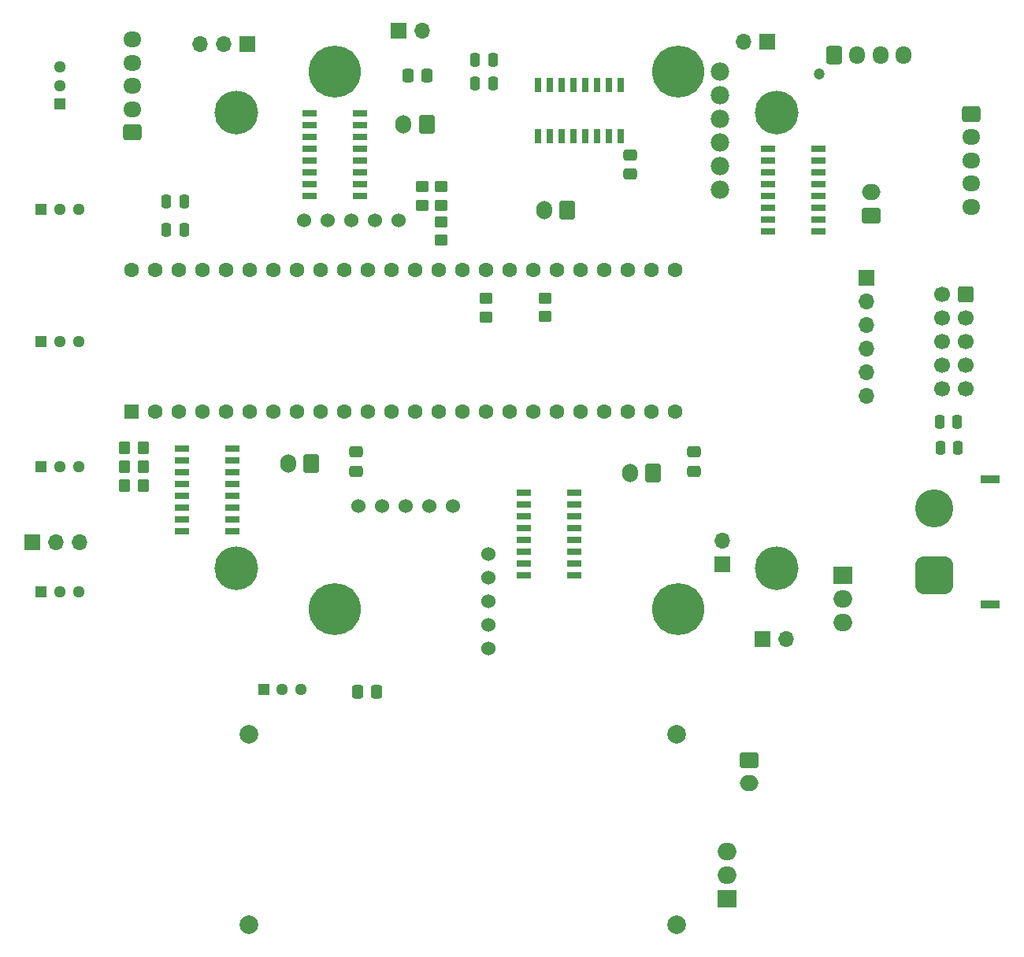
<source format=gbr>
%TF.GenerationSoftware,KiCad,Pcbnew,8.0.2*%
%TF.CreationDate,2025-02-26T22:38:59-05:00*%
%TF.ProjectId,MainPCB,4d61696e-5043-4422-9e6b-696361645f70,rev?*%
%TF.SameCoordinates,Original*%
%TF.FileFunction,Soldermask,Top*%
%TF.FilePolarity,Negative*%
%FSLAX46Y46*%
G04 Gerber Fmt 4.6, Leading zero omitted, Abs format (unit mm)*
G04 Created by KiCad (PCBNEW 8.0.2) date 2025-02-26 22:38:59*
%MOMM*%
%LPD*%
G01*
G04 APERTURE LIST*
G04 Aperture macros list*
%AMRoundRect*
0 Rectangle with rounded corners*
0 $1 Rounding radius*
0 $2 $3 $4 $5 $6 $7 $8 $9 X,Y pos of 4 corners*
0 Add a 4 corners polygon primitive as box body*
4,1,4,$2,$3,$4,$5,$6,$7,$8,$9,$2,$3,0*
0 Add four circle primitives for the rounded corners*
1,1,$1+$1,$2,$3*
1,1,$1+$1,$4,$5*
1,1,$1+$1,$6,$7*
1,1,$1+$1,$8,$9*
0 Add four rect primitives between the rounded corners*
20,1,$1+$1,$2,$3,$4,$5,0*
20,1,$1+$1,$4,$5,$6,$7,0*
20,1,$1+$1,$6,$7,$8,$9,0*
20,1,$1+$1,$8,$9,$2,$3,0*%
G04 Aperture macros list end*
%ADD10RoundRect,0.250000X0.750000X-0.600000X0.750000X0.600000X-0.750000X0.600000X-0.750000X-0.600000X0*%
%ADD11O,2.000000X1.700000*%
%ADD12R,1.295400X1.295400*%
%ADD13C,1.295400*%
%ADD14RoundRect,0.250000X-0.250000X-0.475000X0.250000X-0.475000X0.250000X0.475000X-0.250000X0.475000X0*%
%ADD15RoundRect,0.250000X-0.725000X0.600000X-0.725000X-0.600000X0.725000X-0.600000X0.725000X0.600000X0*%
%ADD16O,1.950000X1.700000*%
%ADD17RoundRect,0.250000X0.725000X-0.600000X0.725000X0.600000X-0.725000X0.600000X-0.725000X-0.600000X0*%
%ADD18R,1.700000X1.700000*%
%ADD19O,1.700000X1.700000*%
%ADD20C,4.700000*%
%ADD21C,1.982000*%
%ADD22RoundRect,0.250000X0.600000X0.750000X-0.600000X0.750000X-0.600000X-0.750000X0.600000X-0.750000X0*%
%ADD23O,1.700000X2.000000*%
%ADD24C,5.600000*%
%ADD25C,1.524000*%
%ADD26RoundRect,0.250000X0.250000X0.475000X-0.250000X0.475000X-0.250000X-0.475000X0.250000X-0.475000X0*%
%ADD27RoundRect,0.250000X-0.450000X0.350000X-0.450000X-0.350000X0.450000X-0.350000X0.450000X0.350000X0*%
%ADD28RoundRect,0.250000X-0.750000X0.600000X-0.750000X-0.600000X0.750000X-0.600000X0.750000X0.600000X0*%
%ADD29R,2.000000X1.905000*%
%ADD30O,2.000000X1.905000*%
%ADD31RoundRect,0.250000X0.450000X-0.350000X0.450000X0.350000X-0.450000X0.350000X-0.450000X-0.350000X0*%
%ADD32RoundRect,0.250000X-0.350000X-0.450000X0.350000X-0.450000X0.350000X0.450000X-0.350000X0.450000X0*%
%ADD33C,1.200000*%
%ADD34RoundRect,0.250000X-0.600000X-0.725000X0.600000X-0.725000X0.600000X0.725000X-0.600000X0.725000X0*%
%ADD35O,1.700000X1.950000*%
%ADD36RoundRect,0.250000X-0.337500X-0.475000X0.337500X-0.475000X0.337500X0.475000X-0.337500X0.475000X0*%
%ADD37RoundRect,0.250000X0.475000X-0.337500X0.475000X0.337500X-0.475000X0.337500X-0.475000X-0.337500X0*%
%ADD38RoundRect,0.250000X0.337500X0.475000X-0.337500X0.475000X-0.337500X-0.475000X0.337500X-0.475000X0*%
%ADD39R,2.000000X0.900000*%
%ADD40RoundRect,1.025000X-1.025000X1.025000X-1.025000X-1.025000X1.025000X-1.025000X1.025000X1.025000X0*%
%ADD41C,4.100000*%
%ADD42R,1.525000X0.650000*%
%ADD43R,0.650000X1.525000*%
%ADD44C,2.000000*%
%ADD45R,1.600000X1.600000*%
%ADD46C,1.600000*%
%ADD47RoundRect,0.250000X-0.475000X0.337500X-0.475000X-0.337500X0.475000X-0.337500X0.475000X0.337500X0*%
%ADD48RoundRect,0.250000X0.600000X0.600000X-0.600000X0.600000X-0.600000X-0.600000X0.600000X-0.600000X0*%
%ADD49C,1.700000*%
G04 APERTURE END LIST*
D10*
%TO.C,M5*%
X139224000Y-86538000D03*
D11*
X139224000Y-84038000D03*
%TD*%
D12*
%TO.C,SW1*%
X52030000Y-74580000D03*
D13*
X52030000Y-72580000D03*
X52030000Y-70579999D03*
%TD*%
D14*
%TO.C,R22*%
X63450000Y-88060000D03*
X65350000Y-88060000D03*
%TD*%
%TO.C,R21*%
X63450000Y-85050000D03*
X65350000Y-85050000D03*
%TD*%
D15*
%TO.C,J16*%
X149980000Y-75610000D03*
D16*
X149980000Y-78110000D03*
X149980000Y-80610000D03*
X149980000Y-83110000D03*
X149980000Y-85610000D03*
%TD*%
D17*
%TO.C,J15*%
X59760000Y-77610000D03*
D16*
X59760000Y-75110000D03*
X59760000Y-72610000D03*
X59760000Y-70110000D03*
X59760000Y-67610000D03*
%TD*%
D18*
%TO.C,J13*%
X49030000Y-121670000D03*
D19*
X51570000Y-121670000D03*
X54110000Y-121670000D03*
%TD*%
D20*
%TO.C,H6*%
X129000000Y-75500000D03*
%TD*%
%TO.C,H4*%
X129000000Y-124500000D03*
%TD*%
%TO.C,H2*%
X71000000Y-75500000D03*
%TD*%
%TO.C,H1*%
X71000000Y-124500000D03*
%TD*%
D21*
%TO.C,U7*%
X122980000Y-71110000D03*
X122980000Y-73650000D03*
X122980000Y-76190000D03*
X122980000Y-78730000D03*
X122980000Y-81270000D03*
X122980000Y-83810000D03*
%TD*%
D22*
%TO.C,M3*%
X91440000Y-76708000D03*
D23*
X88940000Y-76708000D03*
%TD*%
D12*
%TO.C,SW3*%
X50000000Y-113538000D03*
D13*
X52000000Y-113538000D03*
X54000001Y-113538000D03*
%TD*%
D14*
%TO.C,C8*%
X96650000Y-69820000D03*
X98550000Y-69820000D03*
%TD*%
D24*
%TO.C,H5*%
X118416000Y-71113000D03*
%TD*%
%TO.C,H3*%
X81584000Y-71113000D03*
%TD*%
D25*
%TO.C,U1*%
X78200000Y-87110000D03*
X80740000Y-87110000D03*
X83280000Y-87110000D03*
X85820000Y-87110000D03*
X88360000Y-87110000D03*
%TD*%
D26*
%TO.C,C3*%
X148524000Y-111506000D03*
X146624000Y-111506000D03*
%TD*%
D12*
%TO.C,SW4*%
X50000000Y-100076000D03*
D13*
X52000000Y-100076000D03*
X54000001Y-100076000D03*
%TD*%
D27*
%TO.C,R12*%
X92990000Y-83440000D03*
X92990000Y-85440000D03*
%TD*%
D28*
%TO.C,J14*%
X126090000Y-145150000D03*
D11*
X126090000Y-147650000D03*
%TD*%
D29*
%TO.C,U10*%
X136144000Y-125222000D03*
D30*
X136144000Y-127762000D03*
X136144000Y-130302000D03*
%TD*%
D18*
%TO.C,J4*%
X123220000Y-124070000D03*
D19*
X123220000Y-121530000D03*
%TD*%
D31*
%TO.C,R20*%
X104150000Y-97430000D03*
X104150000Y-95430000D03*
%TD*%
D12*
%TO.C,SW5*%
X50000000Y-85852000D03*
D13*
X52000000Y-85852000D03*
X54000001Y-85852000D03*
%TD*%
D24*
%TO.C,H7*%
X81584000Y-128887000D03*
%TD*%
D32*
%TO.C,R17*%
X58928000Y-115570000D03*
X60928000Y-115570000D03*
%TD*%
D33*
%TO.C,J2*%
X133588000Y-71325000D03*
D34*
X135188000Y-69325000D03*
D35*
X137688000Y-69325000D03*
X140188000Y-69325000D03*
X142688000Y-69325000D03*
%TD*%
D36*
%TO.C,R18*%
X83960000Y-137760000D03*
X86035000Y-137760000D03*
%TD*%
D24*
%TO.C,H8*%
X118416000Y-128887000D03*
%TD*%
D37*
%TO.C,C14*%
X83820000Y-114046000D03*
X83820000Y-111971000D03*
%TD*%
D29*
%TO.C,U6*%
X123715000Y-160060000D03*
D30*
X123715000Y-157520000D03*
X123715000Y-154980000D03*
%TD*%
D12*
%TO.C,SW6*%
X73910001Y-137520000D03*
D13*
X75910001Y-137520000D03*
X77910002Y-137520000D03*
%TD*%
D12*
%TO.C,SW2*%
X50000000Y-127000000D03*
D13*
X52000000Y-127000000D03*
X54000001Y-127000000D03*
%TD*%
D31*
%TO.C,R19*%
X97760000Y-97460000D03*
X97760000Y-95460000D03*
%TD*%
D18*
%TO.C,J1*%
X138684000Y-93218000D03*
D19*
X138684000Y-95758000D03*
X138684000Y-98298000D03*
X138684000Y-100838000D03*
X138684000Y-103378000D03*
X138684000Y-105918000D03*
%TD*%
D22*
%TO.C,M4*%
X79040000Y-113270000D03*
D23*
X76540000Y-113270000D03*
%TD*%
D25*
%TO.C,U2*%
X98054000Y-122976000D03*
X98054000Y-125516000D03*
X98054000Y-128056000D03*
X98054000Y-130596000D03*
X98054000Y-133136000D03*
%TD*%
D38*
%TO.C,C13*%
X91487500Y-71520000D03*
X89412500Y-71520000D03*
%TD*%
D27*
%TO.C,R14*%
X92990000Y-87218000D03*
X92990000Y-89218000D03*
%TD*%
D39*
%TO.C,J5*%
X152004000Y-114916000D03*
X152004000Y-128416000D03*
D40*
X146004000Y-125266000D03*
D41*
X146004000Y-118066000D03*
%TD*%
D32*
%TO.C,R15*%
X58960000Y-111506000D03*
X60960000Y-111506000D03*
%TD*%
D42*
%TO.C,IC3*%
X78822000Y-75565000D03*
X78822000Y-76835000D03*
X78822000Y-78105000D03*
X78822000Y-79375000D03*
X78822000Y-80645000D03*
X78822000Y-81915000D03*
X78822000Y-83185000D03*
X78822000Y-84455000D03*
X84246000Y-84455000D03*
X84246000Y-83185000D03*
X84246000Y-81915000D03*
X84246000Y-80645000D03*
X84246000Y-79375000D03*
X84246000Y-78105000D03*
X84246000Y-76835000D03*
X84246000Y-75565000D03*
%TD*%
D23*
%TO.C,M2*%
X104050000Y-86000000D03*
D22*
X106550000Y-86000000D03*
%TD*%
D43*
%TO.C,IC2*%
X103378000Y-77978000D03*
X104648000Y-77978000D03*
X105918000Y-77978000D03*
X107188000Y-77978000D03*
X108458000Y-77978000D03*
X109728000Y-77978000D03*
X110998000Y-77978000D03*
X112268000Y-77978000D03*
X112268000Y-72554000D03*
X110998000Y-72554000D03*
X109728000Y-72554000D03*
X108458000Y-72554000D03*
X107188000Y-72554000D03*
X105918000Y-72554000D03*
X104648000Y-72554000D03*
X103378000Y-72554000D03*
%TD*%
D26*
%TO.C,C4*%
X148458000Y-108712000D03*
X146558000Y-108712000D03*
%TD*%
D44*
%TO.C,U3*%
X72310000Y-142370000D03*
X72310000Y-162870000D03*
X118310000Y-142370000D03*
X118310000Y-162870000D03*
%TD*%
D42*
%TO.C,IC1*%
X107278000Y-125222000D03*
X107278000Y-123952000D03*
X107278000Y-122682000D03*
X107278000Y-121412000D03*
X107278000Y-120142000D03*
X107278000Y-118872000D03*
X107278000Y-117602000D03*
X107278000Y-116332000D03*
X101854000Y-116332000D03*
X101854000Y-117602000D03*
X101854000Y-118872000D03*
X101854000Y-120142000D03*
X101854000Y-121412000D03*
X101854000Y-122682000D03*
X101854000Y-123952000D03*
X101854000Y-125222000D03*
%TD*%
D22*
%TO.C,M1*%
X115750000Y-114235000D03*
D23*
X113250000Y-114235000D03*
%TD*%
D45*
%TO.C,U12*%
X59690000Y-107620000D03*
D46*
X62230000Y-107620000D03*
X64770000Y-107620000D03*
X67310000Y-107620000D03*
X69850000Y-107620000D03*
X72390000Y-107620000D03*
X74930000Y-107620000D03*
X77470000Y-107620000D03*
X80010000Y-107620000D03*
X82550000Y-107620000D03*
X85090000Y-107620000D03*
X87630000Y-107620000D03*
X90170000Y-107620000D03*
X92710000Y-107620000D03*
X95250000Y-107620000D03*
X97790000Y-107620000D03*
X100330000Y-107620000D03*
X102870000Y-107620000D03*
X105410000Y-107620000D03*
X107950000Y-107620000D03*
X110490000Y-107620000D03*
X113030000Y-107620000D03*
X115570000Y-107620000D03*
X118110000Y-107620000D03*
X118110000Y-92380000D03*
X115570000Y-92380000D03*
X113030000Y-92380000D03*
X110490000Y-92380000D03*
X107950000Y-92380000D03*
X105410000Y-92380000D03*
X102870000Y-92380000D03*
X100330000Y-92380000D03*
X97790000Y-92380000D03*
X95250000Y-92380000D03*
X92710000Y-92380000D03*
X90170000Y-92380000D03*
X87630000Y-92380000D03*
X85090000Y-92380000D03*
X82550000Y-92380000D03*
X80010000Y-92380000D03*
X77470000Y-92380000D03*
X74930000Y-92380000D03*
X72390000Y-92380000D03*
X69850000Y-92380000D03*
X67310000Y-92380000D03*
X64770000Y-92380000D03*
X62230000Y-92380000D03*
X59690000Y-92380000D03*
%TD*%
D14*
%TO.C,C7*%
X96620000Y-72310000D03*
X98520000Y-72310000D03*
%TD*%
D42*
%TO.C,IC4*%
X70530000Y-120523000D03*
X70530000Y-119253000D03*
X70530000Y-117983000D03*
X70530000Y-116713000D03*
X70530000Y-115443000D03*
X70530000Y-114173000D03*
X70530000Y-112903000D03*
X70530000Y-111633000D03*
X65106000Y-111633000D03*
X65106000Y-112903000D03*
X65106000Y-114173000D03*
X65106000Y-115443000D03*
X65106000Y-116713000D03*
X65106000Y-117983000D03*
X65106000Y-119253000D03*
X65106000Y-120523000D03*
%TD*%
D47*
%TO.C,C11*%
X120142000Y-111992500D03*
X120142000Y-114067500D03*
%TD*%
D18*
%TO.C,J9*%
X127503000Y-132080000D03*
D19*
X130043000Y-132080000D03*
%TD*%
D18*
%TO.C,J8*%
X88375000Y-66630000D03*
D19*
X90915000Y-66630000D03*
%TD*%
D25*
%TO.C,U4*%
X94244000Y-117846000D03*
X91704000Y-117846000D03*
X89164000Y-117846000D03*
X86624000Y-117846000D03*
X84084000Y-117846000D03*
%TD*%
D27*
%TO.C,R13*%
X90958000Y-83440000D03*
X90958000Y-85440000D03*
%TD*%
D32*
%TO.C,R16*%
X58960000Y-113538000D03*
X60960000Y-113538000D03*
%TD*%
D37*
%TO.C,C12*%
X113300000Y-82117500D03*
X113300000Y-80042500D03*
%TD*%
D18*
%TO.C,J11*%
X72121000Y-68072000D03*
D19*
X69581000Y-68072000D03*
X67041000Y-68072000D03*
%TD*%
D18*
%TO.C,J10*%
X128021000Y-67818000D03*
D19*
X125481000Y-67818000D03*
%TD*%
D48*
%TO.C,J6*%
X149352000Y-94996000D03*
D49*
X146812000Y-94996000D03*
X149352000Y-97536000D03*
X146812000Y-97536000D03*
X149352000Y-100076000D03*
X146812000Y-100076000D03*
X149352000Y-102616000D03*
X146812000Y-102616000D03*
X149352000Y-105156000D03*
X146812000Y-105156000D03*
%TD*%
D42*
%TO.C,IC5*%
X128098000Y-79375000D03*
X128098000Y-80645000D03*
X128098000Y-81915000D03*
X128098000Y-83185000D03*
X128098000Y-84455000D03*
X128098000Y-85725000D03*
X128098000Y-86995000D03*
X128098000Y-88265000D03*
X133522000Y-88265000D03*
X133522000Y-86995000D03*
X133522000Y-85725000D03*
X133522000Y-84455000D03*
X133522000Y-83185000D03*
X133522000Y-81915000D03*
X133522000Y-80645000D03*
X133522000Y-79375000D03*
%TD*%
M02*

</source>
